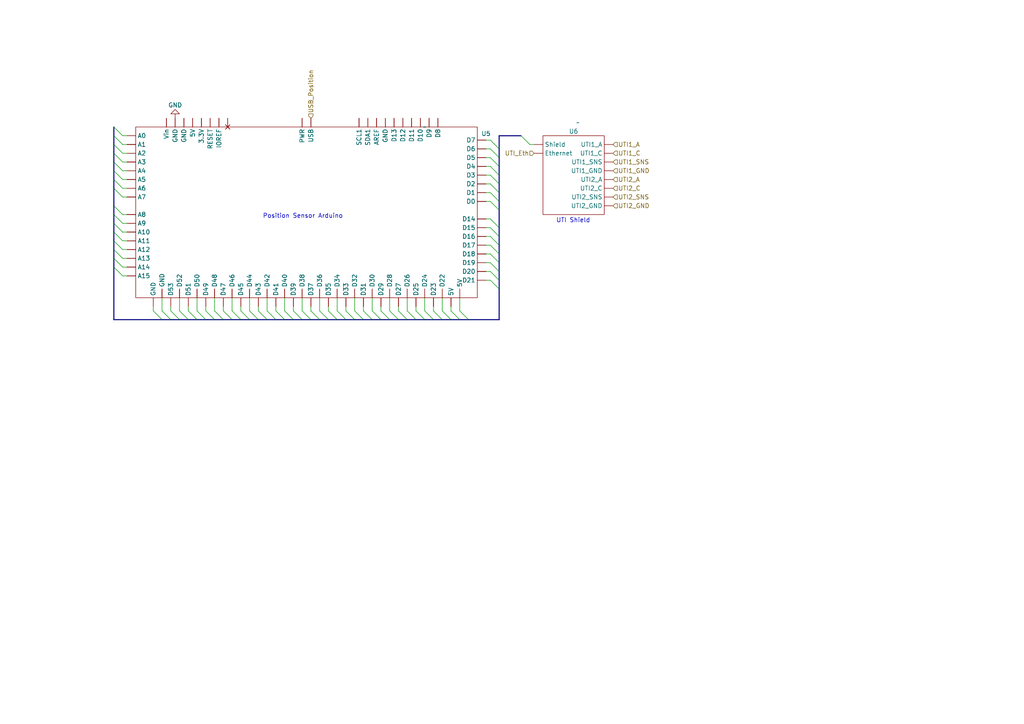
<source format=kicad_sch>
(kicad_sch (version 20230121) (generator eeschema)

  (uuid ca7fe96e-9353-4c75-85f4-a9858ac5fd5d)

  (paper "A4")

  (lib_symbols
    (symbol "Arduino_Mega_1" (in_bom yes) (on_board yes)
      (property "Reference" "U" (at 0 0 0)
        (effects (font (size 1.27 1.27)))
      )
      (property "Value" "" (at 34.29 24.13 0)
        (effects (font (size 1.27 1.27)))
      )
      (property "Footprint" "" (at 34.29 24.13 0)
        (effects (font (size 1.27 1.27)) hide)
      )
      (property "Datasheet" "" (at 34.29 24.13 0)
        (effects (font (size 1.27 1.27)) hide)
      )
      (symbol "Arduino_Mega_1_0_1"
        (rectangle (start -49.53 24.13) (end 49.53 -25.4)
          (stroke (width 0) (type default))
          (fill (type none))
        )
      )
      (symbol "Arduino_Mega_1_1_1"
        (pin passive non_logic (at -22.86 26.67 270) (length 2.54)
          (name "" (effects (font (size 1.27 1.27))))
          (number "" (effects (font (size 1.27 1.27))))
        )
        (pin passive line (at -30.48 26.67 270) (length 2.54)
          (name "3.3V" (effects (font (size 1.27 1.27))))
          (number "" (effects (font (size 1.27 1.27))))
        )
        (pin passive line (at -33.02 26.67 270) (length 2.54)
          (name "5V" (effects (font (size 1.27 1.27))))
          (number "" (effects (font (size 1.27 1.27))))
        )
        (pin passive line (at 41.91 -27.94 90) (length 2.54)
          (name "5V" (effects (font (size 1.27 1.27))))
          (number "" (effects (font (size 1.27 1.27))))
        )
        (pin passive line (at 44.45 -25.4 90) (length 2.54)
          (name "5V" (effects (font (size 1.27 1.27))))
          (number "" (effects (font (size 1.27 1.27))))
        )
        (pin passive line (at -52.07 21.59 0) (length 2.54)
          (name "A0" (effects (font (size 1.27 1.27))))
          (number "" (effects (font (size 1.27 1.27))))
        )
        (pin passive line (at -52.07 19.05 0) (length 2.54)
          (name "A1" (effects (font (size 1.27 1.27))))
          (number "" (effects (font (size 1.27 1.27))))
        )
        (pin passive line (at -52.07 -6.35 0) (length 2.54)
          (name "A10" (effects (font (size 1.27 1.27))))
          (number "" (effects (font (size 1.27 1.27))))
        )
        (pin passive line (at -52.07 -8.89 0) (length 2.54)
          (name "A11" (effects (font (size 1.27 1.27))))
          (number "" (effects (font (size 1.27 1.27))))
        )
        (pin passive line (at -52.07 -11.43 0) (length 2.54)
          (name "A12" (effects (font (size 1.27 1.27))))
          (number "" (effects (font (size 1.27 1.27))))
        )
        (pin passive line (at -52.07 -13.97 0) (length 2.54)
          (name "A13" (effects (font (size 1.27 1.27))))
          (number "" (effects (font (size 1.27 1.27))))
        )
        (pin passive line (at -52.07 -16.51 0) (length 2.54)
          (name "A14" (effects (font (size 1.27 1.27))))
          (number "" (effects (font (size 1.27 1.27))))
        )
        (pin passive line (at -52.07 -19.05 0) (length 2.54)
          (name "A15" (effects (font (size 1.27 1.27))))
          (number "" (effects (font (size 1.27 1.27))))
        )
        (pin passive line (at -52.07 16.51 0) (length 2.54)
          (name "A2" (effects (font (size 1.27 1.27))))
          (number "" (effects (font (size 1.27 1.27))))
        )
        (pin passive line (at -52.07 13.97 0) (length 2.54)
          (name "A3" (effects (font (size 1.27 1.27))))
          (number "" (effects (font (size 1.27 1.27))))
        )
        (pin passive line (at -52.07 11.43 0) (length 2.54)
          (name "A4" (effects (font (size 1.27 1.27))))
          (number "" (effects (font (size 1.27 1.27))))
        )
        (pin passive line (at -52.07 8.89 0) (length 2.54)
          (name "A5" (effects (font (size 1.27 1.27))))
          (number "" (effects (font (size 1.27 1.27))))
        )
        (pin passive line (at -52.07 6.35 0) (length 2.54)
          (name "A6" (effects (font (size 1.27 1.27))))
          (number "" (effects (font (size 1.27 1.27))))
        )
        (pin passive line (at -52.07 3.81 0) (length 2.54)
          (name "A7" (effects (font (size 1.27 1.27))))
          (number "" (effects (font (size 1.27 1.27))))
        )
        (pin passive line (at -52.07 -1.27 0) (length 2.54)
          (name "A8" (effects (font (size 1.27 1.27))))
          (number "" (effects (font (size 1.27 1.27))))
        )
        (pin passive line (at -52.07 -3.81 0) (length 2.54)
          (name "A9" (effects (font (size 1.27 1.27))))
          (number "" (effects (font (size 1.27 1.27))))
        )
        (pin passive line (at 20.32 26.67 270) (length 2.54)
          (name "AREF" (effects (font (size 1.27 1.27))))
          (number "" (effects (font (size 1.27 1.27))))
        )
        (pin passive line (at 52.07 2.54 180) (length 2.54)
          (name "D0" (effects (font (size 1.27 1.27))))
          (number "" (effects (font (size 1.27 1.27))))
        )
        (pin passive line (at 52.07 5.08 180) (length 2.54)
          (name "D1" (effects (font (size 1.27 1.27))))
          (number "" (effects (font (size 1.27 1.27))))
        )
        (pin passive line (at 33.02 26.67 270) (length 2.54)
          (name "D10" (effects (font (size 1.27 1.27))))
          (number "" (effects (font (size 1.27 1.27))))
        )
        (pin passive line (at 30.48 26.67 270) (length 2.54)
          (name "D11" (effects (font (size 1.27 1.27))))
          (number "" (effects (font (size 1.27 1.27))))
        )
        (pin passive line (at 27.94 26.67 270) (length 2.54)
          (name "D12" (effects (font (size 1.27 1.27))))
          (number "" (effects (font (size 1.27 1.27))))
        )
        (pin passive line (at 25.4 26.67 270) (length 2.54)
          (name "D13" (effects (font (size 1.27 1.27))))
          (number "" (effects (font (size 1.27 1.27))))
        )
        (pin passive line (at 52.07 -2.54 180) (length 2.54)
          (name "D14" (effects (font (size 1.27 1.27))))
          (number "" (effects (font (size 1.27 1.27))))
        )
        (pin passive line (at 52.07 -5.08 180) (length 2.54)
          (name "D15" (effects (font (size 1.27 1.27))))
          (number "" (effects (font (size 1.27 1.27))))
        )
        (pin passive line (at 52.07 -7.62 180) (length 2.54)
          (name "D16" (effects (font (size 1.27 1.27))))
          (number "" (effects (font (size 1.27 1.27))))
        )
        (pin passive line (at 52.07 -10.16 180) (length 2.54)
          (name "D17" (effects (font (size 1.27 1.27))))
          (number "" (effects (font (size 1.27 1.27))))
        )
        (pin passive line (at 52.07 -12.7 180) (length 2.54)
          (name "D18" (effects (font (size 1.27 1.27))))
          (number "" (effects (font (size 1.27 1.27))))
        )
        (pin passive line (at 52.07 -15.24 180) (length 2.54)
          (name "D19" (effects (font (size 1.27 1.27))))
          (number "" (effects (font (size 1.27 1.27))))
        )
        (pin passive line (at 52.07 7.62 180) (length 2.54)
          (name "D2" (effects (font (size 1.27 1.27))))
          (number "" (effects (font (size 1.27 1.27))))
        )
        (pin passive line (at 52.07 -17.78 180) (length 2.54)
          (name "D20" (effects (font (size 1.27 1.27))))
          (number "" (effects (font (size 1.27 1.27))))
        )
        (pin passive line (at 52.07 -20.32 180) (length 2.54)
          (name "D21" (effects (font (size 1.27 1.27))))
          (number "" (effects (font (size 1.27 1.27))))
        )
        (pin passive line (at 39.37 -25.4 90) (length 2.54)
          (name "D22" (effects (font (size 1.27 1.27))))
          (number "" (effects (font (size 1.27 1.27))))
        )
        (pin passive line (at 36.83 -27.94 90) (length 2.54)
          (name "D23" (effects (font (size 1.27 1.27))))
          (number "" (effects (font (size 1.27 1.27))))
        )
        (pin passive line (at 34.29 -25.4 90) (length 2.54)
          (name "D24" (effects (font (size 1.27 1.27))))
          (number "" (effects (font (size 1.27 1.27))))
        )
        (pin passive line (at 31.75 -27.94 90) (length 2.54)
          (name "D25" (effects (font (size 1.27 1.27))))
          (number "" (effects (font (size 1.27 1.27))))
        )
        (pin passive line (at 29.21 -25.4 90) (length 2.54)
          (name "D26" (effects (font (size 1.27 1.27))))
          (number "" (effects (font (size 1.27 1.27))))
        )
        (pin passive line (at 26.67 -27.94 90) (length 2.54)
          (name "D27" (effects (font (size 1.27 1.27))))
          (number "" (effects (font (size 1.27 1.27))))
        )
        (pin passive line (at 24.13 -25.4 90) (length 2.54)
          (name "D28" (effects (font (size 1.27 1.27))))
          (number "" (effects (font (size 1.27 1.27))))
        )
        (pin passive line (at 21.59 -27.94 90) (length 2.54)
          (name "D29" (effects (font (size 1.27 1.27))))
          (number "" (effects (font (size 1.27 1.27))))
        )
        (pin passive line (at 52.07 10.16 180) (length 2.54)
          (name "D3" (effects (font (size 1.27 1.27))))
          (number "" (effects (font (size 1.27 1.27))))
        )
        (pin passive line (at 19.05 -25.4 90) (length 2.54)
          (name "D30" (effects (font (size 1.27 1.27))))
          (number "" (effects (font (size 1.27 1.27))))
        )
        (pin passive line (at 16.51 -27.94 90) (length 2.54)
          (name "D31" (effects (font (size 1.27 1.27))))
          (number "" (effects (font (size 1.27 1.27))))
        )
        (pin passive line (at 13.97 -25.4 90) (length 2.54)
          (name "D32" (effects (font (size 1.27 1.27))))
          (number "" (effects (font (size 1.27 1.27))))
        )
        (pin passive line (at 11.43 -27.94 90) (length 2.54)
          (name "D33" (effects (font (size 1.27 1.27))))
          (number "" (effects (font (size 1.27 1.27))))
        )
        (pin passive line (at 8.89 -25.4 90) (length 2.54)
          (name "D34" (effects (font (size 1.27 1.27))))
          (number "" (effects (font (size 1.27 1.27))))
        )
        (pin passive line (at 6.35 -27.94 90) (length 2.54)
          (name "D35" (effects (font (size 1.27 1.27))))
          (number "" (effects (font (size 1.27 1.27))))
        )
        (pin passive line (at 3.81 -25.4 90) (length 2.54)
          (name "D36" (effects (font (size 1.27 1.27))))
          (number "" (effects (font (size 1.27 1.27))))
        )
        (pin passive line (at 1.27 -27.94 90) (length 2.54)
          (name "D37" (effects (font (size 1.27 1.27))))
          (number "" (effects (font (size 1.27 1.27))))
        )
        (pin passive line (at -1.27 -25.4 90) (length 2.54)
          (name "D38" (effects (font (size 1.27 1.27))))
          (number "" (effects (font (size 1.27 1.27))))
        )
        (pin passive line (at -3.81 -27.94 90) (length 2.54)
          (name "D39" (effects (font (size 1.27 1.27))))
          (number "" (effects (font (size 1.27 1.27))))
        )
        (pin passive line (at 52.07 12.7 180) (length 2.54)
          (name "D4" (effects (font (size 1.27 1.27))))
          (number "" (effects (font (size 1.27 1.27))))
        )
        (pin passive line (at -6.35 -25.4 90) (length 2.54)
          (name "D40" (effects (font (size 1.27 1.27))))
          (number "" (effects (font (size 1.27 1.27))))
        )
        (pin passive line (at -8.89 -27.94 90) (length 2.54)
          (name "D41" (effects (font (size 1.27 1.27))))
          (number "" (effects (font (size 1.27 1.27))))
        )
        (pin passive line (at -11.43 -25.4 90) (length 2.54)
          (name "D42" (effects (font (size 1.27 1.27))))
          (number "" (effects (font (size 1.27 1.27))))
        )
        (pin passive line (at -13.97 -27.94 90) (length 2.54)
          (name "D43" (effects (font (size 1.27 1.27))))
          (number "" (effects (font (size 1.27 1.27))))
        )
        (pin passive line (at -16.51 -25.4 90) (length 2.54)
          (name "D44" (effects (font (size 1.27 1.27))))
          (number "" (effects (font (size 1.27 1.27))))
        )
        (pin passive line (at -19.05 -27.94 90) (length 2.54)
          (name "D45" (effects (font (size 1.27 1.27))))
          (number "" (effects (font (size 1.27 1.27))))
        )
        (pin passive line (at -21.59 -25.4 90) (length 2.54)
          (name "D46" (effects (font (size 1.27 1.27))))
          (number "" (effects (font (size 1.27 1.27))))
        )
        (pin passive line (at -24.13 -27.94 90) (length 2.54)
          (name "D47" (effects (font (size 1.27 1.27))))
          (number "" (effects (font (size 1.27 1.27))))
        )
        (pin passive line (at -26.67 -25.4 90) (length 2.54)
          (name "D48" (effects (font (size 1.27 1.27))))
          (number "" (effects (font (size 1.27 1.27))))
        )
        (pin passive line (at -29.21 -27.94 90) (length 2.54)
          (name "D49" (effects (font (size 1.27 1.27))))
          (number "" (effects (font (size 1.27 1.27))))
        )
        (pin passive line (at 52.07 15.24 180) (length 2.54)
          (name "D5" (effects (font (size 1.27 1.27))))
          (number "" (effects (font (size 1.27 1.27))))
        )
        (pin passive line (at -31.75 -25.4 90) (length 2.54)
          (name "D50" (effects (font (size 1.27 1.27))))
          (number "" (effects (font (size 1.27 1.27))))
        )
        (pin passive line (at -34.29 -27.94 90) (length 2.54)
          (name "D51" (effects (font (size 1.27 1.27))))
          (number "" (effects (font (size 1.27 1.27))))
        )
        (pin passive line (at -36.83 -25.4 90) (length 2.54)
          (name "D52" (effects (font (size 1.27 1.27))))
          (number "" (effects (font (size 1.27 1.27))))
        )
        (pin passive line (at -39.37 -27.94 90) (length 2.54)
          (name "D53" (effects (font (size 1.27 1.27))))
          (number "" (effects (font (size 1.27 1.27))))
        )
        (pin passive line (at 52.07 17.78 180) (length 2.54)
          (name "D6" (effects (font (size 1.27 1.27))))
          (number "" (effects (font (size 1.27 1.27))))
        )
        (pin passive line (at 52.07 20.32 180) (length 2.54)
          (name "D7" (effects (font (size 1.27 1.27))))
          (number "" (effects (font (size 1.27 1.27))))
        )
        (pin passive line (at 38.1 26.67 270) (length 2.54)
          (name "D8" (effects (font (size 1.27 1.27))))
          (number "" (effects (font (size 1.27 1.27))))
        )
        (pin passive line (at 35.56 26.67 270) (length 2.54)
          (name "D9" (effects (font (size 1.27 1.27))))
          (number "" (effects (font (size 1.27 1.27))))
        )
        (pin passive line (at -44.45 -27.94 90) (length 2.54)
          (name "GND" (effects (font (size 1.27 1.27))))
          (number "" (effects (font (size 1.27 1.27))))
        )
        (pin passive line (at -41.91 -25.4 90) (length 2.54)
          (name "GND" (effects (font (size 1.27 1.27))))
          (number "" (effects (font (size 1.27 1.27))))
        )
        (pin passive line (at -38.1 26.67 270) (length 2.54)
          (name "GND" (effects (font (size 1.27 1.27))))
          (number "" (effects (font (size 1.27 1.27))))
        )
        (pin passive line (at -35.56 26.67 270) (length 2.54)
          (name "GND" (effects (font (size 1.27 1.27))))
          (number "" (effects (font (size 1.27 1.27))))
        )
        (pin passive line (at 22.86 26.67 270) (length 2.54)
          (name "GND" (effects (font (size 1.27 1.27))))
          (number "" (effects (font (size 1.27 1.27))))
        )
        (pin passive line (at -25.4 26.67 270) (length 2.54)
          (name "IOREF" (effects (font (size 1.27 1.27))))
          (number "" (effects (font (size 1.27 1.27))))
        )
        (pin power_in line (at -1.27 26.67 270) (length 2.54)
          (name "PWR" (effects (font (size 1.27 1.27))))
          (number "" (effects (font (size 1.27 1.27))))
        )
        (pin passive line (at -27.94 26.67 270) (length 2.54)
          (name "RESET" (effects (font (size 1.27 1.27))))
          (number "" (effects (font (size 1.27 1.27))))
        )
        (pin passive line (at 15.24 26.67 270) (length 2.54)
          (name "SCL1" (effects (font (size 1.27 1.27))))
          (number "" (effects (font (size 1.27 1.27))))
        )
        (pin passive line (at 17.78 26.67 270) (length 2.54)
          (name "SDA1" (effects (font (size 1.27 1.27))))
          (number "" (effects (font (size 1.27 1.27))))
        )
        (pin bidirectional line (at 1.27 26.67 270) (length 2.54)
          (name "USB" (effects (font (size 1.27 1.27))))
          (number "" (effects (font (size 1.27 1.27))))
        )
        (pin passive line (at -40.64 26.67 270) (length 2.54)
          (name "Vin" (effects (font (size 1.27 1.27))))
          (number "" (effects (font (size 1.27 1.27))))
        )
      )
    )
    (symbol "led_driver:Arduino_Shield" (in_bom yes) (on_board yes)
      (property "Reference" "U" (at 0 12.7 0)
        (effects (font (size 1.27 1.27)))
      )
      (property "Value" "" (at -1.27 15.24 0)
        (effects (font (size 1.27 1.27)))
      )
      (property "Footprint" "" (at -1.27 15.24 0)
        (effects (font (size 1.27 1.27)) hide)
      )
      (property "Datasheet" "" (at -1.27 15.24 0)
        (effects (font (size 1.27 1.27)) hide)
      )
      (symbol "Arduino_Shield_0_1"
        (rectangle (start -8.89 11.43) (end 8.89 -11.43)
          (stroke (width 0) (type default))
          (fill (type none))
        )
      )
      (symbol "Arduino_Shield_1_1"
        (pin passive line (at 11.43 6.35 180) (length 2.54)
          (name "Ethernet" (effects (font (size 1.27 1.27))))
          (number "" (effects (font (size 1.27 1.27))))
        )
        (pin passive line (at 11.43 8.89 180) (length 2.54)
          (name "Shield" (effects (font (size 1.27 1.27))))
          (number "" (effects (font (size 1.27 1.27))))
        )
        (pin passive line (at -11.43 8.89 0) (length 2.54)
          (name "UTI1_A" (effects (font (size 1.27 1.27))))
          (number "" (effects (font (size 1.27 1.27))))
        )
        (pin passive line (at -11.43 6.35 0) (length 2.54)
          (name "UTI1_C" (effects (font (size 1.27 1.27))))
          (number "" (effects (font (size 1.27 1.27))))
        )
        (pin passive line (at -11.43 1.27 0) (length 2.54)
          (name "UTI1_GND" (effects (font (size 1.27 1.27))))
          (number "" (effects (font (size 1.27 1.27))))
        )
        (pin passive line (at -11.43 3.81 0) (length 2.54)
          (name "UTI1_SNS" (effects (font (size 1.27 1.27))))
          (number "" (effects (font (size 1.27 1.27))))
        )
        (pin passive line (at -11.43 -1.27 0) (length 2.54)
          (name "UTI2_A" (effects (font (size 1.27 1.27))))
          (number "" (effects (font (size 1.27 1.27))))
        )
        (pin passive line (at -11.43 -3.81 0) (length 2.54)
          (name "UTI2_C" (effects (font (size 1.27 1.27))))
          (number "" (effects (font (size 1.27 1.27))))
        )
        (pin passive line (at -11.43 -8.89 0) (length 2.54)
          (name "UTI2_GND" (effects (font (size 1.27 1.27))))
          (number "" (effects (font (size 1.27 1.27))))
        )
        (pin passive line (at -11.43 -6.35 0) (length 2.54)
          (name "UTI2_SNS" (effects (font (size 1.27 1.27))))
          (number "" (effects (font (size 1.27 1.27))))
        )
      )
    )
    (symbol "power:GND" (power) (pin_names (offset 0)) (in_bom yes) (on_board yes)
      (property "Reference" "#PWR" (at 0 -6.35 0)
        (effects (font (size 1.27 1.27)) hide)
      )
      (property "Value" "GND" (at 0 -3.81 0)
        (effects (font (size 1.27 1.27)))
      )
      (property "Footprint" "" (at 0 0 0)
        (effects (font (size 1.27 1.27)) hide)
      )
      (property "Datasheet" "" (at 0 0 0)
        (effects (font (size 1.27 1.27)) hide)
      )
      (property "ki_keywords" "global power" (at 0 0 0)
        (effects (font (size 1.27 1.27)) hide)
      )
      (property "ki_description" "Power symbol creates a global label with name \"GND\" , ground" (at 0 0 0)
        (effects (font (size 1.27 1.27)) hide)
      )
      (symbol "GND_0_1"
        (polyline
          (pts
            (xy 0 0)
            (xy 0 -1.27)
            (xy 1.27 -1.27)
            (xy 0 -2.54)
            (xy -1.27 -1.27)
            (xy 0 -1.27)
          )
          (stroke (width 0) (type default))
          (fill (type none))
        )
      )
      (symbol "GND_1_1"
        (pin power_in line (at 0 0 270) (length 0) hide
          (name "GND" (effects (font (size 1.27 1.27))))
          (number "1" (effects (font (size 1.27 1.27))))
        )
      )
    )
  )


  (bus_entry (at 69.85 90.17) (size 2.54 2.54)
    (stroke (width 0) (type default))
    (uuid 008aa187-8784-49fb-a660-e40a7dd7d281)
  )
  (bus_entry (at 52.07 90.17) (size 2.54 2.54)
    (stroke (width 0) (type default))
    (uuid 024f333a-97a6-4369-aad8-c285089175a3)
  )
  (bus_entry (at 33.02 54.61) (size 2.54 2.54)
    (stroke (width 0) (type default))
    (uuid 02d0f1f7-a6a4-410b-bf45-801b4a4bdc7a)
  )
  (bus_entry (at 120.65 90.17) (size 2.54 2.54)
    (stroke (width 0) (type default))
    (uuid 0c261905-90cb-421a-9550-14e352386fa6)
  )
  (bus_entry (at 33.02 52.07) (size 2.54 2.54)
    (stroke (width 0) (type default))
    (uuid 0efde46f-7c61-41f6-939f-4aa2c67fc4f1)
  )
  (bus_entry (at 118.11 90.17) (size 2.54 2.54)
    (stroke (width 0) (type default))
    (uuid 0fc8f532-c8a9-486e-a2ae-4811be5fcc70)
  )
  (bus_entry (at 62.23 90.17) (size 2.54 2.54)
    (stroke (width 0) (type default))
    (uuid 106336a1-447c-490c-a532-891c72072815)
  )
  (bus_entry (at 142.24 55.88) (size 2.54 2.54)
    (stroke (width 0) (type default))
    (uuid 11dd5781-2059-46d2-b633-f37729d5e949)
  )
  (bus_entry (at 142.24 66.04) (size 2.54 2.54)
    (stroke (width 0) (type default))
    (uuid 187bde58-e435-48ea-9d54-ae831bc65317)
  )
  (bus_entry (at 33.02 69.85) (size 2.54 2.54)
    (stroke (width 0) (type default))
    (uuid 1c69b421-5fe7-4cf1-a7b3-76a407018241)
  )
  (bus_entry (at 95.25 90.17) (size 2.54 2.54)
    (stroke (width 0) (type default))
    (uuid 20c75cd9-419b-4900-a3d6-5d6bd0575051)
  )
  (bus_entry (at 151.13 39.37) (size 2.54 2.54)
    (stroke (width 0) (type default))
    (uuid 24e44ccd-4b8b-4b53-88ab-2e6d41cdb984)
  )
  (bus_entry (at 74.93 90.17) (size 2.54 2.54)
    (stroke (width 0) (type default))
    (uuid 2981575d-b2f3-4128-beb2-36b38a3f7372)
  )
  (bus_entry (at 67.31 90.17) (size 2.54 2.54)
    (stroke (width 0) (type default))
    (uuid 2c77fb3c-4773-4255-8a63-74b7b2ccfe0d)
  )
  (bus_entry (at 100.33 90.17) (size 2.54 2.54)
    (stroke (width 0) (type default))
    (uuid 2c9403d5-3bd1-438a-ba19-d799820edf63)
  )
  (bus_entry (at 142.24 76.2) (size 2.54 2.54)
    (stroke (width 0) (type default))
    (uuid 2d27eb09-a8f7-4b6b-83cc-b00fc199b328)
  )
  (bus_entry (at 128.27 90.17) (size 2.54 2.54)
    (stroke (width 0) (type default))
    (uuid 32aacc11-3dd7-459b-81de-0beb36adb1b5)
  )
  (bus_entry (at 90.17 90.17) (size 2.54 2.54)
    (stroke (width 0) (type default))
    (uuid 34bf8568-bcc3-48e3-bebb-2667501ad1c6)
  )
  (bus_entry (at 142.24 73.66) (size 2.54 2.54)
    (stroke (width 0) (type default))
    (uuid 4050a3cf-2232-46ff-9814-d34d0758ce23)
  )
  (bus_entry (at 46.99 90.17) (size 2.54 2.54)
    (stroke (width 0) (type default))
    (uuid 428d7a83-1272-43ce-a91e-77084dfee327)
  )
  (bus_entry (at 142.24 58.42) (size 2.54 2.54)
    (stroke (width 0) (type default))
    (uuid 42b7f2c2-8d8a-4838-a382-e5b42e9360e4)
  )
  (bus_entry (at 77.47 90.17) (size 2.54 2.54)
    (stroke (width 0) (type default))
    (uuid 4305a3f3-8695-4bee-a0b1-6212faa4d1f0)
  )
  (bus_entry (at 33.02 62.23) (size 2.54 2.54)
    (stroke (width 0) (type default))
    (uuid 45b00ffc-dc54-4396-8401-e3e90879f539)
  )
  (bus_entry (at 142.24 63.5) (size 2.54 2.54)
    (stroke (width 0) (type default))
    (uuid 45d11feb-63a7-4603-979d-7a351a7e1fcf)
  )
  (bus_entry (at 33.02 64.77) (size 2.54 2.54)
    (stroke (width 0) (type default))
    (uuid 48042dde-9c76-496d-8e96-ae8bb6e20e82)
  )
  (bus_entry (at 44.45 90.17) (size 2.54 2.54)
    (stroke (width 0) (type default))
    (uuid 4fa846c6-8f8a-45cb-8286-b7887c66c3e3)
  )
  (bus_entry (at 57.15 90.17) (size 2.54 2.54)
    (stroke (width 0) (type default))
    (uuid 53d12af9-15bd-484d-b0f9-6931eb9a4bcc)
  )
  (bus_entry (at 80.01 90.17) (size 2.54 2.54)
    (stroke (width 0) (type default))
    (uuid 56aab906-0e04-4557-ab2f-b117cf0cac75)
  )
  (bus_entry (at 33.02 39.37) (size 2.54 2.54)
    (stroke (width 0) (type default))
    (uuid 5b3fccff-09f2-4419-9fce-c0b12578e86e)
  )
  (bus_entry (at 92.71 90.17) (size 2.54 2.54)
    (stroke (width 0) (type default))
    (uuid 609261f2-9e59-42f5-9a3f-8ddc6ea8dae4)
  )
  (bus_entry (at 33.02 46.99) (size 2.54 2.54)
    (stroke (width 0) (type default))
    (uuid 616786f8-1f11-4b1c-a8b6-f1fb68fdb9a7)
  )
  (bus_entry (at 33.02 74.93) (size 2.54 2.54)
    (stroke (width 0) (type default))
    (uuid 62d8d651-8cab-4c4d-b5a3-88aedb5a4abf)
  )
  (bus_entry (at 110.49 90.17) (size 2.54 2.54)
    (stroke (width 0) (type default))
    (uuid 6bd5dbe5-10ad-497c-8c2d-f6888e38f6e7)
  )
  (bus_entry (at 54.61 90.17) (size 2.54 2.54)
    (stroke (width 0) (type default))
    (uuid 70ff0f84-6140-49fa-b29b-11963790855c)
  )
  (bus_entry (at 33.02 67.31) (size 2.54 2.54)
    (stroke (width 0) (type default))
    (uuid 71403f84-1fe3-4932-82b3-0755c88b50eb)
  )
  (bus_entry (at 142.24 71.12) (size 2.54 2.54)
    (stroke (width 0) (type default))
    (uuid 721363a2-1b9b-49b0-a41a-7f92be92499e)
  )
  (bus_entry (at 85.09 90.17) (size 2.54 2.54)
    (stroke (width 0) (type default))
    (uuid 7238bd07-23ee-483f-a953-fc905eeeba05)
  )
  (bus_entry (at 97.79 90.17) (size 2.54 2.54)
    (stroke (width 0) (type default))
    (uuid 733ca50e-76d2-4b72-8f61-494d03807ee0)
  )
  (bus_entry (at 105.41 90.17) (size 2.54 2.54)
    (stroke (width 0) (type default))
    (uuid 7a13f8f9-8c08-4cc7-8fe1-5a6aeeb59c2e)
  )
  (bus_entry (at 49.53 90.17) (size 2.54 2.54)
    (stroke (width 0) (type default))
    (uuid 7aaebd58-ea26-4438-86d0-522cbb898169)
  )
  (bus_entry (at 133.35 90.17) (size 2.54 2.54)
    (stroke (width 0) (type default))
    (uuid 83f6043e-f7de-4f06-b4c1-de8b16424b13)
  )
  (bus_entry (at 142.24 43.18) (size 2.54 2.54)
    (stroke (width 0) (type default))
    (uuid 8e0ea1c7-eece-4830-837b-816d4269a1fc)
  )
  (bus_entry (at 142.24 45.72) (size 2.54 2.54)
    (stroke (width 0) (type default))
    (uuid 921c0efa-8347-4c86-8d4e-aa51690f16fa)
  )
  (bus_entry (at 82.55 90.17) (size 2.54 2.54)
    (stroke (width 0) (type default))
    (uuid 96581dfe-60ee-4ba9-8632-6c9b148f35eb)
  )
  (bus_entry (at 142.24 53.34) (size 2.54 2.54)
    (stroke (width 0) (type default))
    (uuid 9e47427c-1a5c-4b5d-9eaf-49c637699be9)
  )
  (bus_entry (at 113.03 90.17) (size 2.54 2.54)
    (stroke (width 0) (type default))
    (uuid a40b87fa-d7f7-46bb-b469-a00c1f8648a3)
  )
  (bus_entry (at 72.39 90.17) (size 2.54 2.54)
    (stroke (width 0) (type default))
    (uuid a5a6307c-d605-4b98-9f7f-f732ccc8f941)
  )
  (bus_entry (at 87.63 90.17) (size 2.54 2.54)
    (stroke (width 0) (type default))
    (uuid aa481766-968d-4fe3-b4e7-0f1407fb1428)
  )
  (bus_entry (at 33.02 59.69) (size 2.54 2.54)
    (stroke (width 0) (type default))
    (uuid ac3043e6-681b-46bc-b51f-feca2da90a77)
  )
  (bus_entry (at 142.24 48.26) (size 2.54 2.54)
    (stroke (width 0) (type default))
    (uuid b219e68d-f13e-4b53-84d0-f3c301b35569)
  )
  (bus_entry (at 142.24 50.8) (size 2.54 2.54)
    (stroke (width 0) (type default))
    (uuid b3b229a8-768c-4caf-8c28-ce5987a61e3b)
  )
  (bus_entry (at 33.02 77.47) (size 2.54 2.54)
    (stroke (width 0) (type default))
    (uuid b68a8f5d-ccf8-4434-a473-ab3fe6c0a309)
  )
  (bus_entry (at 142.24 78.74) (size 2.54 2.54)
    (stroke (width 0) (type default))
    (uuid bd0057a5-abfc-4b23-ad08-7632288a7662)
  )
  (bus_entry (at 33.02 36.83) (size 2.54 2.54)
    (stroke (width 0) (type default))
    (uuid be7a39a4-6bdd-402c-b591-e4e1495f1fd8)
  )
  (bus_entry (at 33.02 41.91) (size 2.54 2.54)
    (stroke (width 0) (type default))
    (uuid c03ccad5-fb67-499f-8ec7-41880d01321c)
  )
  (bus_entry (at 123.19 90.17) (size 2.54 2.54)
    (stroke (width 0) (type default))
    (uuid c3d1102b-0eea-49b6-9d79-b3f419a9379e)
  )
  (bus_entry (at 125.73 90.17) (size 2.54 2.54)
    (stroke (width 0) (type default))
    (uuid c48d1f56-1f9d-4800-8de9-4959938437d1)
  )
  (bus_entry (at 33.02 72.39) (size 2.54 2.54)
    (stroke (width 0) (type default))
    (uuid c8d1bf95-2fbb-4ece-916a-857da5c50b3e)
  )
  (bus_entry (at 33.02 49.53) (size 2.54 2.54)
    (stroke (width 0) (type default))
    (uuid cb617d1b-7e4f-4004-8c82-9d1bad80d562)
  )
  (bus_entry (at 142.24 68.58) (size 2.54 2.54)
    (stroke (width 0) (type default))
    (uuid cd364730-0b5e-49dd-aad1-a8d2892ecf98)
  )
  (bus_entry (at 107.95 90.17) (size 2.54 2.54)
    (stroke (width 0) (type default))
    (uuid cd67cc46-8c74-47f0-b248-4e22c1f6de4e)
  )
  (bus_entry (at 33.02 44.45) (size 2.54 2.54)
    (stroke (width 0) (type default))
    (uuid cec4be66-b03a-4b50-ae22-78be956431ee)
  )
  (bus_entry (at 115.57 90.17) (size 2.54 2.54)
    (stroke (width 0) (type default))
    (uuid d304f8df-0e8d-45fd-b6dd-4326996ae10c)
  )
  (bus_entry (at 142.24 40.64) (size 2.54 2.54)
    (stroke (width 0) (type default))
    (uuid e3ae919d-dac8-468a-88e5-a3e311d790a2)
  )
  (bus_entry (at 102.87 90.17) (size 2.54 2.54)
    (stroke (width 0) (type default))
    (uuid e848b6b0-de33-4374-b305-ec4b20bccff0)
  )
  (bus_entry (at 64.77 90.17) (size 2.54 2.54)
    (stroke (width 0) (type default))
    (uuid ec2ce325-fad8-4dff-b7fd-4036451eb014)
  )
  (bus_entry (at 59.69 90.17) (size 2.54 2.54)
    (stroke (width 0) (type default))
    (uuid ee7f42b7-ce01-41d4-875e-8eae7459bb7a)
  )
  (bus_entry (at 130.81 90.17) (size 2.54 2.54)
    (stroke (width 0) (type default))
    (uuid f7c78acf-5dc6-45e4-9103-5316385f3e27)
  )
  (bus_entry (at 142.24 81.28) (size 2.54 2.54)
    (stroke (width 0) (type default))
    (uuid fd90f37e-b420-405d-8b7d-9deaf51d5ccd)
  )

  (bus (pts (xy 144.78 76.2) (xy 144.78 73.66))
    (stroke (width 0) (type default))
    (uuid 0043d58c-fa21-4954-a445-103975fd39ce)
  )

  (wire (pts (xy 140.97 78.74) (xy 142.24 78.74))
    (stroke (width 0) (type default))
    (uuid 013f90a0-a3a7-476d-9f34-54a2ecf48313)
  )
  (wire (pts (xy 140.97 40.64) (xy 142.24 40.64))
    (stroke (width 0) (type default))
    (uuid 038d103c-86c6-46b2-be12-99fc13b207a8)
  )
  (wire (pts (xy 140.97 81.28) (xy 142.24 81.28))
    (stroke (width 0) (type default))
    (uuid 06727d9a-d6a6-4fbf-8c70-11efa12f3ca7)
  )
  (bus (pts (xy 33.02 67.31) (xy 33.02 69.85))
    (stroke (width 0) (type default))
    (uuid 08673d93-7f49-40af-b7be-3f72365d0d6c)
  )
  (bus (pts (xy 144.78 68.58) (xy 144.78 66.04))
    (stroke (width 0) (type default))
    (uuid 09efd4a8-ad1d-4729-8f47-191dd3c4e375)
  )
  (bus (pts (xy 120.65 92.71) (xy 123.19 92.71))
    (stroke (width 0) (type default))
    (uuid 0f57d33a-c056-4cc9-aa3e-3f0318ec70ce)
  )

  (wire (pts (xy 35.56 69.85) (xy 36.83 69.85))
    (stroke (width 0) (type default))
    (uuid 10e64700-f08d-46c2-ac4f-291415ef3957)
  )
  (bus (pts (xy 69.85 92.71) (xy 72.39 92.71))
    (stroke (width 0) (type default))
    (uuid 140d8f25-4f11-42b6-b37a-f3e64c4f26ea)
  )

  (wire (pts (xy 140.97 55.88) (xy 142.24 55.88))
    (stroke (width 0) (type default))
    (uuid 1421ec98-efb1-4bfd-b9dc-42f46cfe3ba6)
  )
  (wire (pts (xy 85.09 88.9) (xy 85.09 90.17))
    (stroke (width 0) (type default))
    (uuid 16aa2635-4a9d-45e8-86f5-020ec7f99ab0)
  )
  (wire (pts (xy 140.97 76.2) (xy 142.24 76.2))
    (stroke (width 0) (type default))
    (uuid 171a503a-aff7-4768-8b71-771658155ad8)
  )
  (bus (pts (xy 64.77 92.71) (xy 67.31 92.71))
    (stroke (width 0) (type default))
    (uuid 1cf63985-87e3-4fde-bb9e-2e32c1740e7e)
  )
  (bus (pts (xy 144.78 55.88) (xy 144.78 53.34))
    (stroke (width 0) (type default))
    (uuid 1d98a1c8-e2db-44a6-96e1-3d02f572c62d)
  )

  (wire (pts (xy 82.55 86.36) (xy 82.55 90.17))
    (stroke (width 0) (type default))
    (uuid 207b2cc6-4d32-43b0-8c3c-0e578b1f5652)
  )
  (bus (pts (xy 100.33 92.71) (xy 102.87 92.71))
    (stroke (width 0) (type default))
    (uuid 223a7e85-11c5-46ad-b42f-88d5f2c02825)
  )

  (wire (pts (xy 52.07 86.36) (xy 52.07 90.17))
    (stroke (width 0) (type default))
    (uuid 22c37a3c-aad4-453a-9688-446966ac5a8b)
  )
  (bus (pts (xy 46.99 92.71) (xy 49.53 92.71))
    (stroke (width 0) (type default))
    (uuid 22dea03c-e1ab-46a2-ae36-4dcc2594139f)
  )

  (wire (pts (xy 140.97 43.18) (xy 142.24 43.18))
    (stroke (width 0) (type default))
    (uuid 2491e90e-6430-4891-8d75-0a7ec2950a6a)
  )
  (bus (pts (xy 85.09 92.71) (xy 87.63 92.71))
    (stroke (width 0) (type default))
    (uuid 25754dec-e26a-4cae-8324-4b7af7c6dc79)
  )
  (bus (pts (xy 33.02 44.45) (xy 33.02 46.99))
    (stroke (width 0) (type default))
    (uuid 288ec282-7f72-4fd0-ac42-9fc47cc0c3d9)
  )

  (wire (pts (xy 115.57 88.9) (xy 115.57 90.17))
    (stroke (width 0) (type default))
    (uuid 2a68e09f-5cc2-43f4-891d-cc5059b298b9)
  )
  (wire (pts (xy 64.77 88.9) (xy 64.77 90.17))
    (stroke (width 0) (type default))
    (uuid 2c7218eb-4c6d-492c-858e-b7a00d1e54a7)
  )
  (bus (pts (xy 62.23 92.71) (xy 64.77 92.71))
    (stroke (width 0) (type default))
    (uuid 2e718d8e-b869-48bb-b0c2-184537cf5a64)
  )

  (wire (pts (xy 77.47 86.36) (xy 77.47 90.17))
    (stroke (width 0) (type default))
    (uuid 31b73e3c-4c61-4ff2-8d93-c95d2a53f7a9)
  )
  (bus (pts (xy 144.78 50.8) (xy 144.78 48.26))
    (stroke (width 0) (type default))
    (uuid 35fca29a-9da0-405c-8151-651a79d9bfdd)
  )

  (wire (pts (xy 118.11 86.36) (xy 118.11 90.17))
    (stroke (width 0) (type default))
    (uuid 36773249-f44b-43ed-9b74-34c16408586e)
  )
  (bus (pts (xy 125.73 92.71) (xy 128.27 92.71))
    (stroke (width 0) (type default))
    (uuid 36bf4c97-a3a1-4a34-97c0-fdeb6c716fea)
  )

  (wire (pts (xy 140.97 63.5) (xy 142.24 63.5))
    (stroke (width 0) (type default))
    (uuid 36efca5c-1fa9-4535-b854-5cb7a7b811ae)
  )
  (bus (pts (xy 33.02 41.91) (xy 33.02 44.45))
    (stroke (width 0) (type default))
    (uuid 37cca35c-c7a7-4978-a67a-e239b5f6a721)
  )
  (bus (pts (xy 80.01 92.71) (xy 82.55 92.71))
    (stroke (width 0) (type default))
    (uuid 3cc25c50-4a8d-48e6-9d7b-2f739c028a57)
  )
  (bus (pts (xy 97.79 92.71) (xy 100.33 92.71))
    (stroke (width 0) (type default))
    (uuid 3e8acedd-97a6-46fc-ad1a-0a98a1ca1288)
  )
  (bus (pts (xy 130.81 92.71) (xy 133.35 92.71))
    (stroke (width 0) (type default))
    (uuid 40af510d-3cb2-4b8c-a25b-563f6e6ae1c3)
  )
  (bus (pts (xy 144.78 73.66) (xy 144.78 71.12))
    (stroke (width 0) (type default))
    (uuid 4eecb766-aa54-4898-9c98-10d8cb6852aa)
  )

  (wire (pts (xy 133.35 86.36) (xy 133.35 90.17))
    (stroke (width 0) (type default))
    (uuid 510dcf2c-0247-4563-86ba-99c15f008a24)
  )
  (bus (pts (xy 33.02 49.53) (xy 33.02 52.07))
    (stroke (width 0) (type default))
    (uuid 534dc8b1-3071-47c5-bc67-ace6e0426f60)
  )

  (wire (pts (xy 105.41 88.9) (xy 105.41 90.17))
    (stroke (width 0) (type default))
    (uuid 573ae0e0-5c90-48c7-9f1f-6781464202f1)
  )
  (wire (pts (xy 35.56 74.93) (xy 36.83 74.93))
    (stroke (width 0) (type default))
    (uuid 5851dd8c-2d60-42be-bec0-111b89571661)
  )
  (bus (pts (xy 33.02 64.77) (xy 33.02 67.31))
    (stroke (width 0) (type default))
    (uuid 5b42f067-73ce-4d92-8b9e-e037e0f05c0c)
  )

  (wire (pts (xy 102.87 86.36) (xy 102.87 90.17))
    (stroke (width 0) (type default))
    (uuid 5d50e2c3-f4aa-42fd-9bd2-009b8e5e3798)
  )
  (bus (pts (xy 77.47 92.71) (xy 80.01 92.71))
    (stroke (width 0) (type default))
    (uuid 5e5108ba-965e-421d-a395-dd4c29fb3364)
  )
  (bus (pts (xy 113.03 92.71) (xy 115.57 92.71))
    (stroke (width 0) (type default))
    (uuid 617ab90f-70e4-4b27-aea5-2bf775a1373b)
  )

  (wire (pts (xy 128.27 86.36) (xy 128.27 90.17))
    (stroke (width 0) (type default))
    (uuid 61b2dc54-9784-41ea-87f8-81b194ac11d8)
  )
  (bus (pts (xy 33.02 36.83) (xy 33.02 39.37))
    (stroke (width 0) (type default))
    (uuid 62d267f5-fbf5-4370-8ec6-2eb826cdd526)
  )
  (bus (pts (xy 144.78 48.26) (xy 144.78 45.72))
    (stroke (width 0) (type default))
    (uuid 639218ca-4834-4fc6-b7a2-424f1c35694c)
  )
  (bus (pts (xy 57.15 92.71) (xy 59.69 92.71))
    (stroke (width 0) (type default))
    (uuid 63db018b-1e0e-471e-84aa-3bdec85900bc)
  )
  (bus (pts (xy 107.95 92.71) (xy 110.49 92.71))
    (stroke (width 0) (type default))
    (uuid 65377c43-59fa-459b-9da9-bd15db0c27c7)
  )

  (wire (pts (xy 35.56 72.39) (xy 36.83 72.39))
    (stroke (width 0) (type default))
    (uuid 67b9a630-7eb3-4515-991d-7c8c5f1fb5f1)
  )
  (wire (pts (xy 35.56 44.45) (xy 36.83 44.45))
    (stroke (width 0) (type default))
    (uuid 6936ae30-eaac-44d8-971b-1ca05dc2f8c1)
  )
  (wire (pts (xy 54.61 88.9) (xy 54.61 90.17))
    (stroke (width 0) (type default))
    (uuid 6cc1b964-fb4c-46ce-8b59-7f3e88ece345)
  )
  (bus (pts (xy 144.78 81.28) (xy 144.78 78.74))
    (stroke (width 0) (type default))
    (uuid 7258d43d-668a-4197-a674-1e39f66dc1cb)
  )
  (bus (pts (xy 82.55 92.71) (xy 85.09 92.71))
    (stroke (width 0) (type default))
    (uuid 73fc26a6-cdbd-4b8e-bed3-f3f0f1569e6b)
  )

  (wire (pts (xy 35.56 77.47) (xy 36.83 77.47))
    (stroke (width 0) (type default))
    (uuid 74ea849b-752e-42d7-a35e-921146321b53)
  )
  (wire (pts (xy 140.97 66.04) (xy 142.24 66.04))
    (stroke (width 0) (type default))
    (uuid 756ece9b-c3c9-4927-a434-1db1e8498c47)
  )
  (wire (pts (xy 140.97 68.58) (xy 142.24 68.58))
    (stroke (width 0) (type default))
    (uuid 7687eb91-1de9-4a67-9f7a-154e27529ee5)
  )
  (bus (pts (xy 115.57 92.71) (xy 118.11 92.71))
    (stroke (width 0) (type default))
    (uuid 76ebc07a-8319-49f3-bc17-056c1589d4fb)
  )

  (wire (pts (xy 120.65 88.9) (xy 120.65 90.17))
    (stroke (width 0) (type default))
    (uuid 772d47fe-ed95-4b57-a468-ad7940ba5107)
  )
  (bus (pts (xy 144.78 66.04) (xy 144.78 60.96))
    (stroke (width 0) (type default))
    (uuid 7a254ea7-da62-47ac-98ef-82cf64a49a15)
  )

  (wire (pts (xy 62.23 86.36) (xy 62.23 90.17))
    (stroke (width 0) (type default))
    (uuid 7a780dcc-b143-4dc3-b6de-19604eaa067f)
  )
  (bus (pts (xy 144.78 39.37) (xy 151.13 39.37))
    (stroke (width 0) (type default))
    (uuid 7e414aed-403b-4317-bffe-a1cdf1af1fa4)
  )

  (wire (pts (xy 35.56 64.77) (xy 36.83 64.77))
    (stroke (width 0) (type default))
    (uuid 7e8b9535-0060-4684-a882-a09c99086506)
  )
  (bus (pts (xy 33.02 77.47) (xy 33.02 92.71))
    (stroke (width 0) (type default))
    (uuid 7f8de6e1-daa3-4341-98bc-06fe2685f897)
  )

  (wire (pts (xy 35.56 54.61) (xy 36.83 54.61))
    (stroke (width 0) (type default))
    (uuid 8011fd35-09a2-4690-b49a-8921b38981fa)
  )
  (wire (pts (xy 87.63 86.36) (xy 87.63 90.17))
    (stroke (width 0) (type default))
    (uuid 82e61f7a-19f8-4fa9-80e9-b2f11f5f0112)
  )
  (bus (pts (xy 33.02 54.61) (xy 33.02 59.69))
    (stroke (width 0) (type default))
    (uuid 845a3dc8-3c60-4790-b60a-80d48e11c672)
  )
  (bus (pts (xy 135.89 92.71) (xy 144.78 92.71))
    (stroke (width 0) (type default))
    (uuid 8514a48b-a090-4df3-9c8d-e7f581a97dfb)
  )
  (bus (pts (xy 52.07 92.71) (xy 54.61 92.71))
    (stroke (width 0) (type default))
    (uuid 857b7243-120e-464a-afca-0f264f096017)
  )
  (bus (pts (xy 95.25 92.71) (xy 97.79 92.71))
    (stroke (width 0) (type default))
    (uuid 87c0fccb-2689-4ee2-acfa-11118c7178b6)
  )

  (wire (pts (xy 72.39 86.36) (xy 72.39 90.17))
    (stroke (width 0) (type default))
    (uuid 881c39bd-92b6-4f60-b99b-1eeffe8e1365)
  )
  (bus (pts (xy 74.93 92.71) (xy 77.47 92.71))
    (stroke (width 0) (type default))
    (uuid 88ba5803-1af5-4f1f-92f9-c688827f1686)
  )
  (bus (pts (xy 144.78 53.34) (xy 144.78 50.8))
    (stroke (width 0) (type default))
    (uuid 890d0a0c-5716-4871-bbfb-746f603ad810)
  )
  (bus (pts (xy 33.02 74.93) (xy 33.02 77.47))
    (stroke (width 0) (type default))
    (uuid 89c9fa91-b5e9-4eff-91e2-ea4d52173df7)
  )

  (wire (pts (xy 35.56 49.53) (xy 36.83 49.53))
    (stroke (width 0) (type default))
    (uuid 8a784bc4-44cf-4dca-8b9b-4beb0da92692)
  )
  (wire (pts (xy 113.03 86.36) (xy 113.03 90.17))
    (stroke (width 0) (type default))
    (uuid 8e65e189-809e-426b-a9e1-a5c2ab859702)
  )
  (wire (pts (xy 80.01 88.9) (xy 80.01 90.17))
    (stroke (width 0) (type default))
    (uuid 8e8e5278-c7b7-455b-b3f5-f5f296aa7553)
  )
  (wire (pts (xy 95.25 88.9) (xy 95.25 90.17))
    (stroke (width 0) (type default))
    (uuid 913c1491-600c-4b91-96cf-c23b3d841502)
  )
  (bus (pts (xy 123.19 92.71) (xy 125.73 92.71))
    (stroke (width 0) (type default))
    (uuid 923d0fd0-1d78-4ff1-977b-bc33f0538706)
  )

  (wire (pts (xy 35.56 46.99) (xy 36.83 46.99))
    (stroke (width 0) (type default))
    (uuid 95fc699d-879b-481e-9df7-f276b6e3e78f)
  )
  (wire (pts (xy 35.56 67.31) (xy 36.83 67.31))
    (stroke (width 0) (type default))
    (uuid 9bece857-0e41-4243-a235-86adfcf27adf)
  )
  (wire (pts (xy 35.56 52.07) (xy 36.83 52.07))
    (stroke (width 0) (type default))
    (uuid 9c424b79-2418-4c8a-8210-8cd0497cdb62)
  )
  (bus (pts (xy 72.39 92.71) (xy 74.93 92.71))
    (stroke (width 0) (type default))
    (uuid 9c7c98c1-4a99-4760-a1b0-60dd17a7952f)
  )

  (wire (pts (xy 69.85 88.9) (xy 69.85 90.17))
    (stroke (width 0) (type default))
    (uuid 9dc58528-a547-442f-806f-230a47d4f865)
  )
  (bus (pts (xy 33.02 59.69) (xy 33.02 62.23))
    (stroke (width 0) (type default))
    (uuid a2139c29-aec5-4d5e-8509-2e412671fa5d)
  )

  (wire (pts (xy 90.17 88.9) (xy 90.17 90.17))
    (stroke (width 0) (type default))
    (uuid a21911df-dd0b-4b38-97ed-d745fa3374d0)
  )
  (bus (pts (xy 92.71 92.71) (xy 95.25 92.71))
    (stroke (width 0) (type default))
    (uuid a444cf45-0aab-411a-a841-8aeac3c52820)
  )
  (bus (pts (xy 33.02 39.37) (xy 33.02 41.91))
    (stroke (width 0) (type default))
    (uuid a9a1824d-68a4-4f1f-adb9-00fb737d82e2)
  )
  (bus (pts (xy 144.78 83.82) (xy 144.78 81.28))
    (stroke (width 0) (type default))
    (uuid a9b2c97a-5243-4a85-acc9-38b9834eeb34)
  )

  (wire (pts (xy 49.53 88.9) (xy 49.53 90.17))
    (stroke (width 0) (type default))
    (uuid aa187f74-5ab2-4e2b-824b-aa78c212679e)
  )
  (bus (pts (xy 87.63 92.71) (xy 90.17 92.71))
    (stroke (width 0) (type default))
    (uuid aa5658f9-a5f7-4e1d-9b3c-1c0d62e209e4)
  )

  (wire (pts (xy 46.99 86.36) (xy 46.99 90.17))
    (stroke (width 0) (type default))
    (uuid aa68e683-2eef-4482-8a06-361960643aec)
  )
  (wire (pts (xy 130.81 88.9) (xy 130.81 90.17))
    (stroke (width 0) (type default))
    (uuid ab24abb7-a435-49eb-9f82-04e16f4a8e6a)
  )
  (bus (pts (xy 33.02 62.23) (xy 33.02 64.77))
    (stroke (width 0) (type default))
    (uuid abfbcef7-905f-4850-a088-10974a5ec26d)
  )
  (bus (pts (xy 54.61 92.71) (xy 57.15 92.71))
    (stroke (width 0) (type default))
    (uuid aec363f9-0003-40ba-bfd6-4d9a8ca30df3)
  )

  (wire (pts (xy 92.71 86.36) (xy 92.71 90.17))
    (stroke (width 0) (type default))
    (uuid b02cc2d5-768e-405d-8309-b71fa455a25d)
  )
  (bus (pts (xy 90.17 92.71) (xy 92.71 92.71))
    (stroke (width 0) (type default))
    (uuid b0748ee4-23b3-4ace-bacd-2b83eaacd74e)
  )

  (wire (pts (xy 59.69 88.9) (xy 59.69 90.17))
    (stroke (width 0) (type default))
    (uuid b0ba5266-951c-45e6-ae45-aad50b00fc0a)
  )
  (wire (pts (xy 97.79 86.36) (xy 97.79 90.17))
    (stroke (width 0) (type default))
    (uuid b2311ac0-675a-41f0-b5fd-24e887e8ec65)
  )
  (wire (pts (xy 35.56 80.01) (xy 36.83 80.01))
    (stroke (width 0) (type default))
    (uuid ba264aee-50e8-41e3-9d35-d5cc332a90f5)
  )
  (bus (pts (xy 102.87 92.71) (xy 105.41 92.71))
    (stroke (width 0) (type default))
    (uuid ba799388-f0dc-43a2-8991-ae48d33d9818)
  )

  (wire (pts (xy 107.95 86.36) (xy 107.95 90.17))
    (stroke (width 0) (type default))
    (uuid bbb24015-74f7-4fc0-8e50-54f580dcea94)
  )
  (wire (pts (xy 74.93 88.9) (xy 74.93 90.17))
    (stroke (width 0) (type default))
    (uuid be4fda10-2437-42d3-8632-b65286b2a7e0)
  )
  (wire (pts (xy 67.31 86.36) (xy 67.31 90.17))
    (stroke (width 0) (type default))
    (uuid c0cbf75a-9147-4c8f-9b5e-39648ef7d8cb)
  )
  (wire (pts (xy 57.15 86.36) (xy 57.15 90.17))
    (stroke (width 0) (type default))
    (uuid c3974566-276a-4296-af81-22171cf4046a)
  )
  (wire (pts (xy 140.97 58.42) (xy 142.24 58.42))
    (stroke (width 0) (type default))
    (uuid c4b7e264-dd3f-48fa-b66e-19942871f48d)
  )
  (bus (pts (xy 110.49 92.71) (xy 113.03 92.71))
    (stroke (width 0) (type default))
    (uuid c4e79cff-9096-4778-9e0d-c868be6f4924)
  )
  (bus (pts (xy 144.78 92.71) (xy 144.78 83.82))
    (stroke (width 0) (type default))
    (uuid c53642a7-40d6-4bdd-a581-71af1f743d97)
  )

  (wire (pts (xy 153.67 41.91) (xy 154.94 41.91))
    (stroke (width 0) (type default))
    (uuid c6ddacad-7d3b-465e-b94f-437aead33c3e)
  )
  (wire (pts (xy 140.97 50.8) (xy 142.24 50.8))
    (stroke (width 0) (type default))
    (uuid cde0049d-69ba-4226-9bf6-1f28f8623bb8)
  )
  (bus (pts (xy 133.35 92.71) (xy 135.89 92.71))
    (stroke (width 0) (type default))
    (uuid ced20cd9-c931-439f-8131-f1e9ef940ba5)
  )
  (bus (pts (xy 144.78 71.12) (xy 144.78 68.58))
    (stroke (width 0) (type default))
    (uuid cfeec2fd-3313-442f-a2b3-33866e82c953)
  )

  (wire (pts (xy 140.97 53.34) (xy 142.24 53.34))
    (stroke (width 0) (type default))
    (uuid d0b58d22-0e31-4b0f-8446-795795b5c053)
  )
  (bus (pts (xy 67.31 92.71) (xy 69.85 92.71))
    (stroke (width 0) (type default))
    (uuid d2fd1d04-9ee3-45a0-9239-9408e599a24b)
  )
  (bus (pts (xy 144.78 43.18) (xy 144.78 39.37))
    (stroke (width 0) (type default))
    (uuid d4998229-3de2-4b10-9156-e6209104492f)
  )

  (wire (pts (xy 140.97 48.26) (xy 142.24 48.26))
    (stroke (width 0) (type default))
    (uuid d5efdc30-383a-442c-a307-7fe50b182539)
  )
  (bus (pts (xy 59.69 92.71) (xy 62.23 92.71))
    (stroke (width 0) (type default))
    (uuid d849a740-7bb0-47fa-8509-4fc66cf49a9b)
  )

  (wire (pts (xy 140.97 73.66) (xy 142.24 73.66))
    (stroke (width 0) (type default))
    (uuid d956afdc-d7f8-4ea0-bf9b-7a694b008568)
  )
  (bus (pts (xy 144.78 60.96) (xy 144.78 58.42))
    (stroke (width 0) (type default))
    (uuid d9eaaec5-905b-4209-9788-96172aecec11)
  )
  (bus (pts (xy 144.78 78.74) (xy 144.78 76.2))
    (stroke (width 0) (type default))
    (uuid da3afb09-1b28-423f-981a-eb3be3379e83)
  )
  (bus (pts (xy 33.02 72.39) (xy 33.02 74.93))
    (stroke (width 0) (type default))
    (uuid dcfb2719-c766-4dfd-a762-dd2befc495ff)
  )
  (bus (pts (xy 49.53 92.71) (xy 52.07 92.71))
    (stroke (width 0) (type default))
    (uuid dda4dde5-38aa-4b5d-a929-0a0019c6d9ec)
  )
  (bus (pts (xy 144.78 58.42) (xy 144.78 55.88))
    (stroke (width 0) (type default))
    (uuid de695406-c520-41d4-954e-705c4bd9b9d5)
  )
  (bus (pts (xy 33.02 69.85) (xy 33.02 72.39))
    (stroke (width 0) (type default))
    (uuid e3b2e9c9-2a18-4593-8caa-ae8702a27ac1)
  )

  (wire (pts (xy 110.49 88.9) (xy 110.49 90.17))
    (stroke (width 0) (type default))
    (uuid e6032e4c-fc49-4919-b32c-86870f7b1ba3)
  )
  (wire (pts (xy 140.97 71.12) (xy 142.24 71.12))
    (stroke (width 0) (type default))
    (uuid e68146e6-ae95-4bde-972a-cae9bb99c390)
  )
  (wire (pts (xy 100.33 88.9) (xy 100.33 90.17))
    (stroke (width 0) (type default))
    (uuid e7e9786b-9301-4dba-934f-426b3be8a98d)
  )
  (bus (pts (xy 33.02 46.99) (xy 33.02 49.53))
    (stroke (width 0) (type default))
    (uuid e8a51ab7-6e53-4207-8ad0-0d9c4adc76c7)
  )
  (bus (pts (xy 33.02 92.71) (xy 46.99 92.71))
    (stroke (width 0) (type default))
    (uuid e9b29c28-c5b5-411f-8201-5b118e6b45e7)
  )

  (wire (pts (xy 35.56 39.37) (xy 36.83 39.37))
    (stroke (width 0) (type default))
    (uuid ea10a03c-0936-4438-95e5-0d5915e85841)
  )
  (wire (pts (xy 44.45 88.9) (xy 44.45 90.17))
    (stroke (width 0) (type default))
    (uuid eae4da85-4a6f-42cf-abfc-fbe1dd4c3512)
  )
  (bus (pts (xy 128.27 92.71) (xy 130.81 92.71))
    (stroke (width 0) (type default))
    (uuid eaf8d933-b551-42e2-b43a-8c06e2d78903)
  )

  (wire (pts (xy 125.73 88.9) (xy 125.73 90.17))
    (stroke (width 0) (type default))
    (uuid ef613425-23a6-4481-a86d-c1cc89089e65)
  )
  (bus (pts (xy 105.41 92.71) (xy 107.95 92.71))
    (stroke (width 0) (type default))
    (uuid f03d0dfd-00a1-40b1-8dfd-cfd711608827)
  )
  (bus (pts (xy 33.02 52.07) (xy 33.02 54.61))
    (stroke (width 0) (type default))
    (uuid f07747f2-7423-4a7f-bf94-032bfc1e1ea1)
  )
  (bus (pts (xy 144.78 45.72) (xy 144.78 43.18))
    (stroke (width 0) (type default))
    (uuid f0f73f79-8429-4067-934f-5c3f8269fb3f)
  )

  (wire (pts (xy 140.97 45.72) (xy 142.24 45.72))
    (stroke (width 0) (type default))
    (uuid f18ec912-73a0-4d50-9553-30d9de088b60)
  )
  (bus (pts (xy 118.11 92.71) (xy 120.65 92.71))
    (stroke (width 0) (type default))
    (uuid f1abd8d9-290d-408e-9009-c10fc585168f)
  )

  (wire (pts (xy 35.56 41.91) (xy 36.83 41.91))
    (stroke (width 0) (type default))
    (uuid f235e381-dabc-4649-ae2f-25e84b7698d2)
  )
  (wire (pts (xy 123.19 86.36) (xy 123.19 90.17))
    (stroke (width 0) (type default))
    (uuid f5888696-0b65-4abf-8ea6-21a20357cc8b)
  )
  (wire (pts (xy 35.56 57.15) (xy 36.83 57.15))
    (stroke (width 0) (type default))
    (uuid f66daed0-9fbb-459a-bd46-ce2e362ba09e)
  )
  (wire (pts (xy 35.56 62.23) (xy 36.83 62.23))
    (stroke (width 0) (type default))
    (uuid f74a0543-9237-4bb2-b973-8e7797765583)
  )

  (text "Position Sensor Arduino\n" (at 76.2 63.5 0)
    (effects (font (size 1.27 1.27)) (justify left bottom))
    (uuid 075b4bbf-dbf1-46b9-9975-a3c06f22f05e)
  )
  (text "UTI Shield" (at 161.29 64.77 0)
    (effects (font (size 1.27 1.27)) (justify left bottom))
    (uuid 8d5a99c7-8c08-4154-97b1-0022eae4a7d1)
  )

  (hierarchical_label "USB_Position" (shape input) (at 90.17 34.29 90) (fields_autoplaced)
    (effects (font (size 1.27 1.27)) (justify left))
    (uuid 01fd9e9f-4a9f-480a-80dc-adc427dabd84)
  )
  (hierarchical_label "UTI1_SNS" (shape input) (at 177.8 46.99 0) (fields_autoplaced)
    (effects (font (size 1.27 1.27)) (justify left))
    (uuid 5d6263b6-9e49-4d2f-9319-96c17f68e8c0)
  )
  (hierarchical_label "UTI2_C" (shape input) (at 177.8 54.61 0) (fields_autoplaced)
    (effects (font (size 1.27 1.27)) (justify left))
    (uuid 6ce7614d-e7df-409f-8c5d-ee73f9998553)
  )
  (hierarchical_label "UTI1_A" (shape input) (at 177.8 41.91 0) (fields_autoplaced)
    (effects (font (size 1.27 1.27)) (justify left))
    (uuid 80c62204-cbc1-4608-907b-49ce71057d9e)
  )
  (hierarchical_label "UTI2_SNS" (shape input) (at 177.8 57.15 0) (fields_autoplaced)
    (effects (font (size 1.27 1.27)) (justify left))
    (uuid 89c8e774-2d0f-4634-a17c-364d8dd680be)
  )
  (hierarchical_label "UTI1_GND" (shape input) (at 177.8 49.53 0) (fields_autoplaced)
    (effects (font (size 1.27 1.27)) (justify left))
    (uuid 97f82d40-e53f-4157-a829-f4d50e7f89d3)
  )
  (hierarchical_label "UTI_Eth" (shape input) (at 154.94 44.45 180) (fields_autoplaced)
    (effects (font (size 1.27 1.27)) (justify right))
    (uuid ec8f51eb-2b3b-4061-bad8-b235cf12c82c)
  )
  (hierarchical_label "UTI2_A" (shape input) (at 177.8 52.07 0) (fields_autoplaced)
    (effects (font (size 1.27 1.27)) (justify left))
    (uuid f4de3a79-8b1b-4353-bace-b4a0715622bd)
  )
  (hierarchical_label "UTI2_GND" (shape input) (at 177.8 59.69 0) (fields_autoplaced)
    (effects (font (size 1.27 1.27)) (justify left))
    (uuid f52ce936-2350-46c9-9d64-3b706c887970)
  )
  (hierarchical_label "UTI1_C" (shape input) (at 177.8 44.45 0) (fields_autoplaced)
    (effects (font (size 1.27 1.27)) (justify left))
    (uuid f7ed9ecc-05b2-4b85-86c8-33ba089428e8)
  )

  (symbol (lib_id "power:GND") (at 50.8 34.29 180) (unit 1)
    (in_bom yes) (on_board yes) (dnp no) (fields_autoplaced)
    (uuid 3b51e938-81d5-468e-beb4-5865f7f9615a)
    (property "Reference" "#PWR07" (at 50.8 27.94 0)
      (effects (font (size 1.27 1.27)) hide)
    )
    (property "Value" "GND" (at 50.8 30.48 0)
      (effects (font (size 1.27 1.27)))
    )
    (property "Footprint" "" (at 50.8 34.29 0)
      (effects (font (size 1.27 1.27)) hide)
    )
    (property "Datasheet" "" (at 50.8 34.29 0)
      (effects (font (size 1.27 1.27)) hide)
    )
    (pin "1" (uuid c5aff9ce-e0eb-45f1-a73e-ea7179e13bbe))
    (instances
      (project "dio_box"
        (path "/617a7c5d-26e4-40f1-8dc6-da0df3aa4d83/50f918ff-c84c-4fba-873b-ccd9af4e0432/4c19e3f0-5ed0-487f-8607-5d1d4990b2d3"
          (reference "#PWR07") (unit 1)
        )
      )
    )
  )

  (symbol (lib_id "led_driver:Arduino_Shield") (at 166.37 50.8 0) (mirror y) (unit 1)
    (in_bom yes) (on_board yes) (dnp no)
    (uuid 9a1a43fb-0f70-4741-b4bd-c85f2855bad6)
    (property "Reference" "U6" (at 166.37 38.1 0)
      (effects (font (size 1.27 1.27)))
    )
    (property "Value" "~" (at 167.64 35.56 0)
      (effects (font (size 1.27 1.27)))
    )
    (property "Footprint" "" (at 167.64 35.56 0)
      (effects (font (size 1.27 1.27)) hide)
    )
    (property "Datasheet" "" (at 167.64 35.56 0)
      (effects (font (size 1.27 1.27)) hide)
    )
    (pin "" (uuid 1ba1483d-923a-4c7b-ab3e-0259c024036b))
    (pin "" (uuid 1ba1483d-923a-4c7b-ab3e-0259c024036b))
    (pin "" (uuid 1ba1483d-923a-4c7b-ab3e-0259c024036b))
    (pin "" (uuid 1ba1483d-923a-4c7b-ab3e-0259c024036b))
    (pin "" (uuid 1ba1483d-923a-4c7b-ab3e-0259c024036b))
    (pin "" (uuid 1ba1483d-923a-4c7b-ab3e-0259c024036b))
    (pin "" (uuid 1ba1483d-923a-4c7b-ab3e-0259c024036b))
    (pin "" (uuid 1ba1483d-923a-4c7b-ab3e-0259c024036b))
    (pin "" (uuid 1ba1483d-923a-4c7b-ab3e-0259c024036b))
    (pin "" (uuid 1ba1483d-923a-4c7b-ab3e-0259c024036b))
    (instances
      (project "dio_box"
        (path "/617a7c5d-26e4-40f1-8dc6-da0df3aa4d83/50f918ff-c84c-4fba-873b-ccd9af4e0432/4c19e3f0-5ed0-487f-8607-5d1d4990b2d3"
          (reference "U6") (unit 1)
        )
      )
    )
  )

  (symbol (lib_name "Arduino_Mega_1") (lib_id "led_driver:Arduino_Mega") (at 88.9 60.96 0) (unit 1)
    (in_bom yes) (on_board yes) (dnp no) (fields_autoplaced)
    (uuid d72ae0fa-629c-41d3-8a45-901f2eb2fa45)
    (property "Reference" "U5" (at 140.97 38.7603 0)
      (effects (font (size 1.27 1.27)))
    )
    (property "Value" "~" (at 123.19 36.83 0)
      (effects (font (size 1.27 1.27)))
    )
    (property "Footprint" "" (at 123.19 36.83 0)
      (effects (font (size 1.27 1.27)) hide)
    )
    (property "Datasheet" "" (at 123.19 36.83 0)
      (effects (font (size 1.27 1.27)) hide)
    )
    (pin "" (uuid 1206bf60-f59e-42ab-ac3f-6697b0b5cb94))
    (pin "" (uuid 1206bf60-f59e-42ab-ac3f-6697b0b5cb94))
    (pin "" (uuid 1206bf60-f59e-42ab-ac3f-6697b0b5cb94))
    (pin "" (uuid 1206bf60-f59e-42ab-ac3f-6697b0b5cb94))
    (pin "" (uuid 1206bf60-f59e-42ab-ac3f-6697b0b5cb94))
    (pin "" (uuid 1206bf60-f59e-42ab-ac3f-6697b0b5cb94))
    (pin "" (uuid 1206bf60-f59e-42ab-ac3f-6697b0b5cb94))
    (pin "" (uuid 1206bf60-f59e-42ab-ac3f-6697b0b5cb94))
    (pin "" (uuid 1206bf60-f59e-42ab-ac3f-6697b0b5cb94))
    (pin "" (uuid 1206bf60-f59e-42ab-ac3f-6697b0b5cb94))
    (pin "" (uuid 1206bf60-f59e-42ab-ac3f-6697b0b5cb94))
    (pin "" (uuid 1206bf60-f59e-42ab-ac3f-6697b0b5cb94))
    (pin "" (uuid 1206bf60-f59e-42ab-ac3f-6697b0b5cb94))
    (pin "" (uuid 1206bf60-f59e-42ab-ac3f-6697b0b5cb94))
    (pin "" (uuid 1206bf60-f59e-42ab-ac3f-6697b0b5cb94))
    (pin "" (uuid 1206bf60-f59e-42ab-ac3f-6697b0b5cb94))
    (pin "" (uuid 1206bf60-f59e-42ab-ac3f-6697b0b5cb94))
    (pin "" (uuid 1206bf60-f59e-42ab-ac3f-6697b0b5cb94))
    (pin "" (uuid 1206bf60-f59e-42ab-ac3f-6697b0b5cb94))
    (pin "" (uuid 1206bf60-f59e-42ab-ac3f-6697b0b5cb94))
    (pin "" (uuid 1206bf60-f59e-42ab-ac3f-6697b0b5cb94))
    (pin "" (uuid 1206bf60-f59e-42ab-ac3f-6697b0b5cb94))
    (pin "" (uuid 1206bf60-f59e-42ab-ac3f-6697b0b5cb94))
    (pin "" (uuid 1206bf60-f59e-42ab-ac3f-6697b0b5cb94))
    (pin "" (uuid 1206bf60-f59e-42ab-ac3f-6697b0b5cb94))
    (pin "" (uuid 1206bf60-f59e-42ab-ac3f-6697b0b5cb94))
    (pin "" (uuid 1206bf60-f59e-42ab-ac3f-6697b0b5cb94))
    (pin "" (uuid 1206bf60-f59e-42ab-ac3f-6697b0b5cb94))
    (pin "" (uuid 1206bf60-f59e-42ab-ac3f-6697b0b5cb94))
    (pin "" (uuid 1206bf60-f59e-42ab-ac3f-6697b0b5cb94))
    (pin "" (uuid 1206bf60-f59e-42ab-ac3f-6697b0b5cb94))
    (pin "" (uuid 1206bf60-f59e-42ab-ac3f-6697b0b5cb94))
    (pin "" (uuid 1206bf60-f59e-42ab-ac3f-6697b0b5cb94))
    (pin "" (uuid 1206bf60-f59e-42ab-ac3f-6697b0b5cb94))
    (pin "" (uuid 1206bf60-f59e-42ab-ac3f-6697b0b5cb94))
    (pin "" (uuid 1206bf60-f59e-42ab-ac3f-6697b0b5cb94))
    (pin "" (uuid 1206bf60-f59e-42ab-ac3f-6697b0b5cb94))
    (pin "" (uuid 1206bf60-f59e-42ab-ac3f-6697b0b5cb94))
    (pin "" (uuid 1206bf60-f59e-42ab-ac3f-6697b0b5cb94))
    (pin "" (uuid 1206bf60-f59e-42ab-ac3f-6697b0b5cb94))
    (pin "" (uuid 1206bf60-f59e-42ab-ac3f-6697b0b5cb94))
    (pin "" (uuid 1206bf60-f59e-42ab-ac3f-6697b0b5cb94))
    (pin "" (uuid 1206bf60-f59e-42ab-ac3f-6697b0b5cb94))
    (pin "" (uuid 1206bf60-f59e-42ab-ac3f-6697b0b5cb94))
    (pin "" (uuid 1206bf60-f59e-42ab-ac3f-6697b0b5cb94))
    (pin "" (uuid 1206bf60-f59e-42ab-ac3f-6697b0b5cb94))
    (pin "" (uuid 1206bf60-f59e-42ab-ac3f-6697b0b5cb94))
    (pin "" (uuid 1206bf60-f59e-42ab-ac3f-6697b0b5cb94))
    (pin "" (uuid 1206bf60-f59e-42ab-ac3f-6697b0b5cb94))
    (pin "" (uuid 1206bf60-f59e-42ab-ac3f-6697b0b5cb94))
    (pin "" (uuid 1206bf60-f59e-42ab-ac3f-6697b0b5cb94))
    (pin "" (uuid 1206bf60-f59e-42ab-ac3f-6697b0b5cb94))
    (pin "" (uuid 1206bf60-f59e-42ab-ac3f-6697b0b5cb94))
    (pin "" (uuid 1206bf60-f59e-42ab-ac3f-6697b0b5cb94))
    (pin "" (uuid 1206bf60-f59e-42ab-ac3f-6697b0b5cb94))
    (pin "" (uuid 1206bf60-f59e-42ab-ac3f-6697b0b5cb94))
    (pin "" (uuid 1206bf60-f59e-42ab-ac3f-6697b0b5cb94))
    (pin "" (uuid 1206bf60-f59e-42ab-ac3f-6697b0b5cb94))
    (pin "" (uuid 1206bf60-f59e-42ab-ac3f-6697b0b5cb94))
    (pin "" (uuid 1206bf60-f59e-42ab-ac3f-6697b0b5cb94))
    (pin "" (uuid 1206bf60-f59e-42ab-ac3f-6697b0b5cb94))
    (pin "" (uuid 1206bf60-f59e-42ab-ac3f-6697b0b5cb94))
    (pin "" (uuid 1206bf60-f59e-42ab-ac3f-6697b0b5cb94))
    (pin "" (uuid 1206bf60-f59e-42ab-ac3f-6697b0b5cb94))
    (pin "" (uuid 1206bf60-f59e-42ab-ac3f-6697b0b5cb94))
    (pin "" (uuid 1206bf60-f59e-42ab-ac3f-6697b0b5cb94))
    (pin "" (uuid 1206bf60-f59e-42ab-ac3f-6697b0b5cb94))
    (pin "" (uuid 1206bf60-f59e-42ab-ac3f-6697b0b5cb94))
    (pin "" (uuid 1206bf60-f59e-42ab-ac3f-6697b0b5cb94))
    (pin "" (uuid 1206bf60-f59e-42ab-ac3f-6697b0b5cb94))
    (pin "" (uuid 1206bf60-f59e-42ab-ac3f-6697b0b5cb94))
    (pin "" (uuid 1206bf60-f59e-42ab-ac3f-6697b0b5cb94))
    (pin "" (uuid 1206bf60-f59e-42ab-ac3f-6697b0b5cb94))
    (pin "" (uuid 1206bf60-f59e-42ab-ac3f-6697b0b5cb94))
    (pin "" (uuid 1206bf60-f59e-42ab-ac3f-6697b0b5cb94))
    (pin "" (uuid 1206bf60-f59e-42ab-ac3f-6697b0b5cb94))
    (pin "" (uuid 1206bf60-f59e-42ab-ac3f-6697b0b5cb94))
    (pin "" (uuid 1206bf60-f59e-42ab-ac3f-6697b0b5cb94))
    (pin "" (uuid 1206bf60-f59e-42ab-ac3f-6697b0b5cb94))
    (pin "" (uuid 1206bf60-f59e-42ab-ac3f-6697b0b5cb94))
    (pin "" (uuid 1206bf60-f59e-42ab-ac3f-6697b0b5cb94))
    (pin "" (uuid 1206bf60-f59e-42ab-ac3f-6697b0b5cb94))
    (pin "" (uuid 1206bf60-f59e-42ab-ac3f-6697b0b5cb94))
    (pin "" (uuid 1206bf60-f59e-42ab-ac3f-6697b0b5cb94))
    (pin "" (uuid 1206bf60-f59e-42ab-ac3f-6697b0b5cb94))
    (pin "" (uuid 1206bf60-f59e-42ab-ac3f-6697b0b5cb94))
    (pin "" (uuid 1206bf60-f59e-42ab-ac3f-6697b0b5cb94))
    (pin "" (uuid 1206bf60-f59e-42ab-ac3f-6697b0b5cb94))
    (instances
      (project "dio_box"
        (path "/617a7c5d-26e4-40f1-8dc6-da0df3aa4d83/50f918ff-c84c-4fba-873b-ccd9af4e0432/4c19e3f0-5ed0-487f-8607-5d1d4990b2d3"
          (reference "U5") (unit 1)
        )
      )
    )
  )
)

</source>
